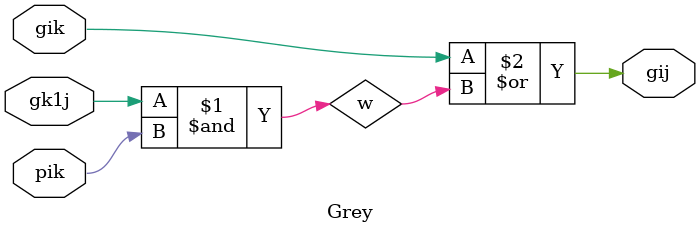
<source format=v>
`timescale 1ns / 1ps
module Grey(gij, gik, gk1j, pik);
output gij;
input gik, gk1j, pik;
wire w;
and a1(w,gk1j, pik);
or o1(gij, gik, w);
endmodule 


</source>
